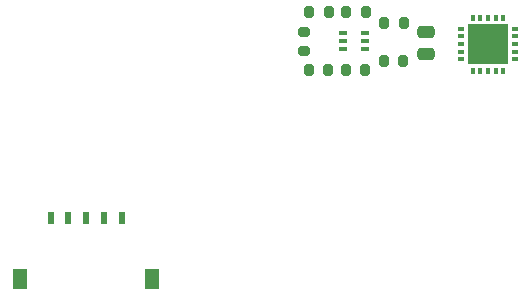
<source format=gbr>
%TF.GenerationSoftware,KiCad,Pcbnew,(6.0.7)*%
%TF.CreationDate,2023-01-31T02:36:05-08:00*%
%TF.ProjectId,solar-panel-side-Z,736f6c61-722d-4706-916e-656c2d736964,2.0*%
%TF.SameCoordinates,Original*%
%TF.FileFunction,Paste,Bot*%
%TF.FilePolarity,Positive*%
%FSLAX46Y46*%
G04 Gerber Fmt 4.6, Leading zero omitted, Abs format (unit mm)*
G04 Created by KiCad (PCBNEW (6.0.7)) date 2023-01-31 02:36:05*
%MOMM*%
%LPD*%
G01*
G04 APERTURE LIST*
G04 Aperture macros list*
%AMRoundRect*
0 Rectangle with rounded corners*
0 $1 Rounding radius*
0 $2 $3 $4 $5 $6 $7 $8 $9 X,Y pos of 4 corners*
0 Add a 4 corners polygon primitive as box body*
4,1,4,$2,$3,$4,$5,$6,$7,$8,$9,$2,$3,0*
0 Add four circle primitives for the rounded corners*
1,1,$1+$1,$2,$3*
1,1,$1+$1,$4,$5*
1,1,$1+$1,$6,$7*
1,1,$1+$1,$8,$9*
0 Add four rect primitives between the rounded corners*
20,1,$1+$1,$2,$3,$4,$5,0*
20,1,$1+$1,$4,$5,$6,$7,0*
20,1,$1+$1,$6,$7,$8,$9,0*
20,1,$1+$1,$8,$9,$2,$3,0*%
%AMFreePoly0*
4,1,5,1.660000,-1.660000,-1.660000,-1.660000,-1.660000,1.660000,1.660000,1.660000,1.660000,-1.660000,1.660000,-1.660000,$1*%
%AMFreePoly1*
4,1,5,0.190000,-0.275000,-0.190000,-0.275000,-0.190000,0.275000,0.190000,0.275000,0.190000,-0.275000,0.190000,-0.275000,$1*%
G04 Aperture macros list end*
%ADD10R,1.250000X1.800000*%
%ADD11R,0.600000X1.000000*%
%ADD12RoundRect,0.200000X-0.200000X-0.275000X0.200000X-0.275000X0.200000X0.275000X-0.200000X0.275000X0*%
%ADD13RoundRect,0.200000X0.200000X0.275000X-0.200000X0.275000X-0.200000X-0.275000X0.200000X-0.275000X0*%
%ADD14R,0.650000X0.400000*%
%ADD15RoundRect,0.200000X0.275000X-0.200000X0.275000X0.200000X-0.275000X0.200000X-0.275000X-0.200000X0*%
%ADD16RoundRect,0.250000X-0.475000X0.250000X-0.475000X-0.250000X0.475000X-0.250000X0.475000X0.250000X0*%
%ADD17FreePoly0,0.000000*%
%ADD18FreePoly1,0.000000*%
%ADD19FreePoly1,270.000000*%
%ADD20FreePoly1,180.000000*%
G04 APERTURE END LIST*
D10*
%TO.C,J1*%
X133145001Y-104940000D03*
X144354999Y-104940000D03*
D11*
X135749999Y-99750000D03*
X137249999Y-99750000D03*
X138750001Y-99750000D03*
X140250000Y-99750000D03*
X141750000Y-99750000D03*
%TD*%
D12*
%TO.C,R4*%
X165589922Y-86470000D03*
X163939922Y-86470000D03*
%TD*%
D13*
%TO.C,R5*%
X163979922Y-83250000D03*
X165629922Y-83250000D03*
%TD*%
D14*
%TO.C,D1*%
X162389922Y-85430000D03*
X162389922Y-84780000D03*
X162389922Y-84130000D03*
X160489922Y-84130000D03*
X160489922Y-84780000D03*
X160489922Y-85430000D03*
%TD*%
D15*
%TO.C,R6*%
X157169922Y-83980000D03*
X157169922Y-85630000D03*
%TD*%
D16*
%TO.C,C6*%
X167559922Y-85880000D03*
X167559922Y-83980000D03*
%TD*%
D13*
%TO.C,R1*%
X160729922Y-87190000D03*
X162379922Y-87190000D03*
%TD*%
D12*
%TO.C,FB1*%
X159249922Y-87210000D03*
X157599922Y-87210000D03*
%TD*%
D17*
%TO.C,U4*%
X172770000Y-85030000D03*
D18*
X171470000Y-87280000D03*
X172120000Y-87280000D03*
X172770000Y-87280000D03*
X173420000Y-87280000D03*
X174070000Y-87280000D03*
D19*
X175020000Y-86330000D03*
X175020000Y-85680000D03*
X175020000Y-85030000D03*
X175020000Y-84380000D03*
X175020000Y-83730000D03*
D20*
X174070000Y-82780000D03*
X173420000Y-82780000D03*
X172770000Y-82780000D03*
X172120000Y-82780000D03*
X171470000Y-82780000D03*
D19*
X170520000Y-83730000D03*
X170520000Y-84380000D03*
X170520000Y-85030000D03*
X170520000Y-85680000D03*
X170520000Y-86330000D03*
%TD*%
D12*
%TO.C,R3*%
X162409922Y-82330000D03*
X160759922Y-82330000D03*
%TD*%
%TO.C,FB2*%
X159289922Y-82330000D03*
X157639922Y-82330000D03*
%TD*%
M02*

</source>
